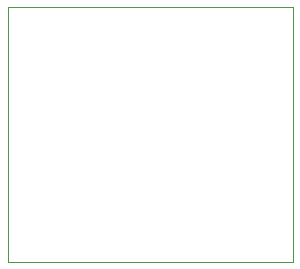
<source format=gbr>
G04 (created by PCBNEW (2013-07-07 BZR 4022)-stable) date 9/13/2015 6:12:30 PM*
%MOIN*%
G04 Gerber Fmt 3.4, Leading zero omitted, Abs format*
%FSLAX34Y34*%
G01*
G70*
G90*
G04 APERTURE LIST*
%ADD10C,0.00590551*%
%ADD11C,0.00393701*%
G04 APERTURE END LIST*
G54D10*
G54D11*
X70250Y-62000D02*
X79750Y-62000D01*
X70250Y-53500D02*
X70250Y-62000D01*
X79750Y-53500D02*
X70250Y-53500D01*
X79750Y-62000D02*
X79750Y-53500D01*
M02*

</source>
